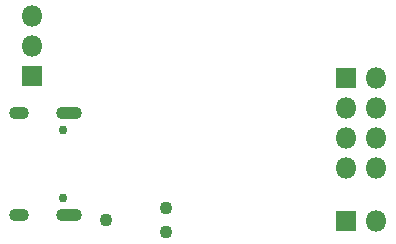
<source format=gbr>
G04 #@! TF.GenerationSoftware,KiCad,Pcbnew,5.1.4*
G04 #@! TF.CreationDate,2019-09-23T19:58:19+02:00*
G04 #@! TF.ProjectId,spiflash,73706966-6c61-4736-982e-6b696361645f,rev?*
G04 #@! TF.SameCoordinates,PX5f5e100PY4a62f80*
G04 #@! TF.FileFunction,Soldermask,Bot*
G04 #@! TF.FilePolarity,Negative*
%FSLAX46Y46*%
G04 Gerber Fmt 4.6, Leading zero omitted, Abs format (unit mm)*
G04 Created by KiCad (PCBNEW 5.1.4) date 2019-09-23 19:58:19*
%MOMM*%
%LPD*%
G04 APERTURE LIST*
%ADD10O,1.800000X1.800000*%
%ADD11R,1.800000X1.800000*%
%ADD12C,1.090600*%
%ADD13C,0.750000*%
%ADD14O,1.700000X1.100000*%
%ADD15O,2.200000X1.100000*%
G04 APERTURE END LIST*
D10*
X31623000Y-15396000D03*
X29083000Y-15396000D03*
X31623000Y-12856000D03*
X29083000Y-12856000D03*
X31623000Y-10316000D03*
X29083000Y-10316000D03*
X31623000Y-7776000D03*
D11*
X29083000Y-7776000D03*
D10*
X2500000Y-2520000D03*
X2500000Y-5060000D03*
D11*
X2500000Y-7600000D03*
D10*
X31623000Y-19841000D03*
D11*
X29083000Y-19841000D03*
D12*
X13790000Y-18734000D03*
X13790000Y-20766000D03*
X8710000Y-19750000D03*
D13*
X5055000Y-12110000D03*
X5055000Y-17890000D03*
D14*
X1405000Y-19320000D03*
X1405000Y-10680000D03*
D15*
X5585000Y-19320000D03*
X5585000Y-10680000D03*
M02*

</source>
